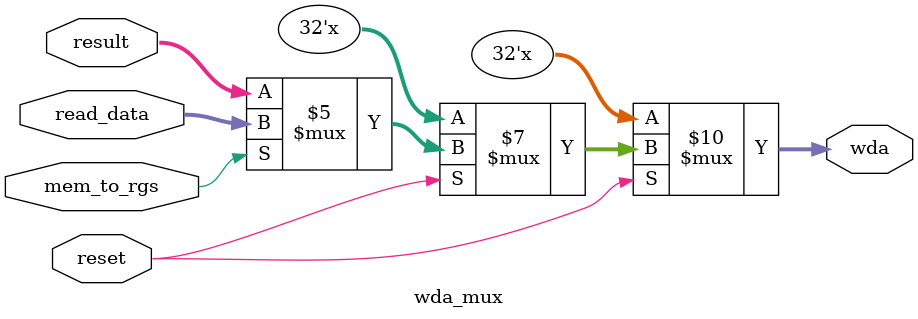
<source format=v>


`timescale 1ns/10ps

module wda_mux (
    reset,
    wda,
    mem_to_rgs,
    result,
    read_data
);


input reset;
output [31:0] wda;
reg [31:0] wda;
input [0:0] mem_to_rgs;
input [31:0] result;
input [31:0] read_data;




always @(read_data, reset, mem_to_rgs, result) begin: WDA_MUX_WMUX
    if ((reset == 1)) begin
        if (mem_to_rgs) begin
            wda = read_data;
        end
        else begin
            wda = result;
        end
    end
end

endmodule

</source>
